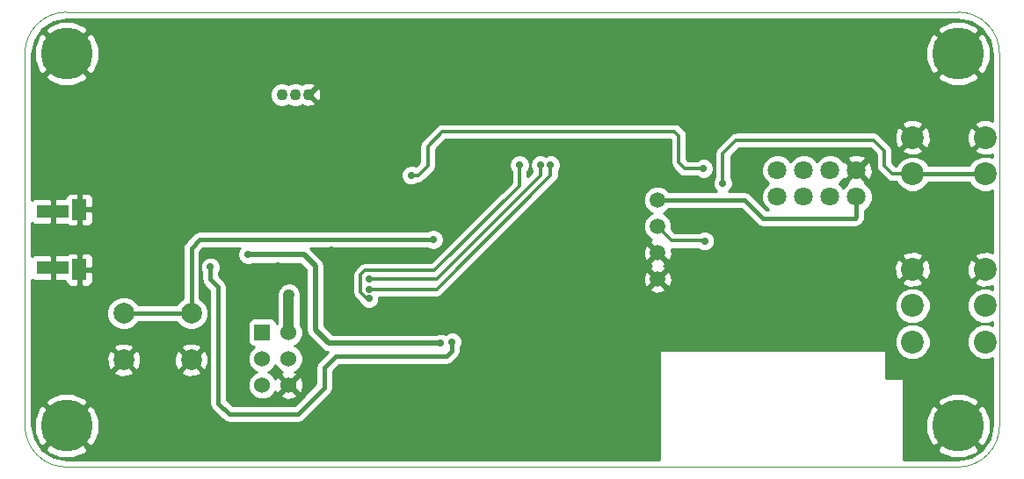
<source format=gbl>
G04 (created by PCBNEW (2013-07-07 BZR 4022)-stable) date 26/08/2014 17:06:35*
%MOIN*%
G04 Gerber Fmt 3.4, Leading zero omitted, Abs format*
%FSLAX34Y34*%
G01*
G70*
G90*
G04 APERTURE LIST*
%ADD10C,0.00590551*%
%ADD11C,0.00393701*%
%ADD12C,0.0708661*%
%ADD13R,0.0574803X0.0787402*%
%ADD14R,0.124016X0.0511811*%
%ADD15R,0.06X0.06*%
%ADD16C,0.06*%
%ADD17C,0.0866142*%
%ADD18C,0.0433071*%
%ADD19C,0.0787402*%
%ADD20C,0.0590551*%
%ADD21C,0.19685*%
%ADD22C,0.0275591*%
%ADD23C,0.011811*%
%ADD24C,0.015748*%
%ADD25C,0.0393701*%
%ADD26C,0.019685*%
%ADD27C,0.01*%
G04 APERTURE END LIST*
G54D10*
G54D11*
X106983Y-58953D02*
X73173Y-58953D01*
X108558Y-60528D02*
G75*
G03X106983Y-58953I-1575J0D01*
G74*
G01*
X108558Y-74668D02*
X108558Y-60528D01*
X106983Y-76243D02*
G75*
G03X108558Y-74668I0J1575D01*
G74*
G01*
X73173Y-76243D02*
X106983Y-76243D01*
X71598Y-74668D02*
G75*
G03X73173Y-76243I1575J0D01*
G74*
G01*
X71598Y-60528D02*
X71598Y-74668D01*
X73173Y-58953D02*
G75*
G03X71598Y-60528I0J-1575D01*
G74*
G01*
G54D12*
X103135Y-64970D03*
X103135Y-65970D03*
X102135Y-64970D03*
X102135Y-65970D03*
X101135Y-64970D03*
X101135Y-65970D03*
X100135Y-64970D03*
X100135Y-65970D03*
G54D13*
X73660Y-66457D03*
X73660Y-68741D03*
G54D14*
X72654Y-66526D03*
X72654Y-68672D03*
G54D15*
X80602Y-71125D03*
G54D16*
X81602Y-71125D03*
X80602Y-72125D03*
X81602Y-72125D03*
X80602Y-73125D03*
X81602Y-73125D03*
G54D17*
X108010Y-71482D03*
X108010Y-70105D03*
X108010Y-68727D03*
X105254Y-71482D03*
X105254Y-70105D03*
X105254Y-68727D03*
X108013Y-65097D03*
X108013Y-63719D03*
X105257Y-65097D03*
X105257Y-63719D03*
G54D18*
X82362Y-62086D03*
X81850Y-62086D03*
X81338Y-62086D03*
G54D19*
X77904Y-70397D03*
X77904Y-72168D03*
X75345Y-72168D03*
X75345Y-70397D03*
G54D20*
X95590Y-66098D03*
X95590Y-67098D03*
X95590Y-68098D03*
X95590Y-69098D03*
G54D21*
X73173Y-60528D03*
X73173Y-74668D03*
X106983Y-74668D03*
X106983Y-60528D03*
G54D22*
X97328Y-64897D03*
X86247Y-65156D03*
X81614Y-69685D03*
X97375Y-67653D03*
X78627Y-68637D03*
X87801Y-71487D03*
X87362Y-71535D03*
X80052Y-68166D03*
X90354Y-64763D03*
X84645Y-69842D03*
X84645Y-69488D03*
X91535Y-64763D03*
X84645Y-69094D03*
X91141Y-64763D03*
X87084Y-67599D03*
X98063Y-65457D03*
X75690Y-67580D03*
X98385Y-63110D03*
X98740Y-66929D03*
X95413Y-64251D03*
X90984Y-67716D03*
X90866Y-66692D03*
X82834Y-62637D03*
X81220Y-65354D03*
X89370Y-70551D03*
X83228Y-67992D03*
X88740Y-69960D03*
X87047Y-73818D03*
X85393Y-70039D03*
X87559Y-64251D03*
X87086Y-66653D03*
X84921Y-64251D03*
X84330Y-64251D03*
X84724Y-66574D03*
X83740Y-64251D03*
X82834Y-64724D03*
X81181Y-68582D03*
G54D23*
X95515Y-63490D02*
X96229Y-63490D01*
X96621Y-64897D02*
X97328Y-64897D01*
X96390Y-64666D02*
X96621Y-64897D01*
X96390Y-63651D02*
X96390Y-64666D01*
X96229Y-63490D02*
X96390Y-63651D01*
X86247Y-65156D02*
X86513Y-65156D01*
X87430Y-63490D02*
X95515Y-63490D01*
X95515Y-63490D02*
X95520Y-63490D01*
X86870Y-64050D02*
X87430Y-63490D01*
X86870Y-64799D02*
X86870Y-64050D01*
X86513Y-65156D02*
X86870Y-64799D01*
X86240Y-65163D02*
X86233Y-65163D01*
X86247Y-65156D02*
X86240Y-65163D01*
G54D24*
X103135Y-65970D02*
X103135Y-66734D01*
X98879Y-66098D02*
X95590Y-66098D01*
X99575Y-66794D02*
X98879Y-66098D01*
X103075Y-66794D02*
X99575Y-66794D01*
X103135Y-66734D02*
X103075Y-66794D01*
G54D25*
X81602Y-71125D02*
X81602Y-69696D01*
X81602Y-69696D02*
X81614Y-69685D01*
G54D23*
X96136Y-67644D02*
X95590Y-67098D01*
X97384Y-67644D02*
X96136Y-67644D01*
X97375Y-67653D02*
X97384Y-67644D01*
G54D24*
X78624Y-69104D02*
X78627Y-68637D01*
X78932Y-69412D02*
X78624Y-69104D01*
X78932Y-73817D02*
X78932Y-69412D01*
X79350Y-74235D02*
X78932Y-73817D01*
X81945Y-74235D02*
X79350Y-74235D01*
X82965Y-73215D02*
X81945Y-74235D01*
X82965Y-72465D02*
X82965Y-73215D01*
X83400Y-72030D02*
X82965Y-72465D01*
X87585Y-72030D02*
X83400Y-72030D01*
X87795Y-71820D02*
X87585Y-72030D01*
X87795Y-71493D02*
X87795Y-71820D01*
X87801Y-71487D02*
X87795Y-71493D01*
G54D26*
X87362Y-71535D02*
X83127Y-71535D01*
X83127Y-71535D02*
X82607Y-71015D01*
X82607Y-71015D02*
X82607Y-68600D01*
X82607Y-68600D02*
X82173Y-68166D01*
X82173Y-68166D02*
X80052Y-68166D01*
G54D23*
X90354Y-65551D02*
X90354Y-64763D01*
X84566Y-69842D02*
X84330Y-69606D01*
X84330Y-69606D02*
X84330Y-68937D01*
X84330Y-68937D02*
X84488Y-68779D01*
X84488Y-68779D02*
X87125Y-68779D01*
X87125Y-68779D02*
X90354Y-65551D01*
X84645Y-69842D02*
X84566Y-69842D01*
X91535Y-64763D02*
X91535Y-65157D01*
X87204Y-69488D02*
X91535Y-65157D01*
X84645Y-69488D02*
X87204Y-69488D01*
X91141Y-64763D02*
X91141Y-65157D01*
X87204Y-69094D02*
X91141Y-65157D01*
X84645Y-69094D02*
X87204Y-69094D01*
G54D24*
X75345Y-70397D02*
X77904Y-70397D01*
X78231Y-67599D02*
X77904Y-67925D01*
X77904Y-67925D02*
X77904Y-70397D01*
X87084Y-67599D02*
X78231Y-67599D01*
G54D23*
X98063Y-65457D02*
X98063Y-64317D01*
X104497Y-65097D02*
X105257Y-65097D01*
X104180Y-64780D02*
X104497Y-65097D01*
X104180Y-64220D02*
X104180Y-64780D01*
X103780Y-63820D02*
X104180Y-64220D01*
X98560Y-63820D02*
X103780Y-63820D01*
X98063Y-64317D02*
X98560Y-63820D01*
X98063Y-65457D02*
X98100Y-65457D01*
G54D24*
X108013Y-65097D02*
X105257Y-65097D01*
G54D26*
X75692Y-67578D02*
X75692Y-67576D01*
X75690Y-67580D02*
X75692Y-67578D01*
G54D10*
G36*
X108289Y-74644D02*
X108218Y-74999D01*
X108218Y-74913D01*
X108217Y-74422D01*
X108030Y-73969D01*
X107864Y-73858D01*
X107793Y-73929D01*
X107793Y-73788D01*
X107682Y-73621D01*
X107228Y-73434D01*
X106737Y-73434D01*
X106285Y-73621D01*
X106174Y-73788D01*
X106983Y-74597D01*
X107793Y-73788D01*
X107793Y-73929D01*
X107054Y-74668D01*
X107864Y-75477D01*
X108030Y-75367D01*
X108218Y-74913D01*
X108218Y-74999D01*
X108185Y-75164D01*
X107902Y-75588D01*
X107793Y-75661D01*
X107793Y-75548D01*
X106983Y-74739D01*
X106913Y-74809D01*
X106913Y-74668D01*
X106103Y-73858D01*
X105941Y-73966D01*
X105941Y-68840D01*
X105932Y-68568D01*
X105845Y-68359D01*
X105736Y-68315D01*
X105665Y-68386D01*
X105665Y-68244D01*
X105621Y-68135D01*
X105367Y-68039D01*
X105096Y-68048D01*
X104886Y-68135D01*
X104842Y-68244D01*
X105254Y-68656D01*
X105665Y-68244D01*
X105665Y-68386D01*
X105324Y-68727D01*
X105736Y-69138D01*
X105845Y-69094D01*
X105941Y-68840D01*
X105941Y-73966D01*
X105937Y-73969D01*
X105937Y-71347D01*
X105937Y-69969D01*
X105833Y-69718D01*
X105665Y-69550D01*
X105665Y-69209D01*
X105254Y-68797D01*
X105183Y-68868D01*
X105183Y-68727D01*
X104771Y-68315D01*
X104662Y-68359D01*
X104566Y-68613D01*
X104575Y-68885D01*
X104662Y-69094D01*
X104771Y-69138D01*
X105183Y-68727D01*
X105183Y-68868D01*
X104842Y-69209D01*
X104886Y-69318D01*
X105140Y-69414D01*
X105412Y-69405D01*
X105621Y-69318D01*
X105665Y-69209D01*
X105665Y-69550D01*
X105641Y-69526D01*
X105390Y-69422D01*
X105118Y-69421D01*
X104867Y-69525D01*
X104675Y-69717D01*
X104571Y-69968D01*
X104570Y-70240D01*
X104674Y-70491D01*
X104866Y-70683D01*
X105117Y-70787D01*
X105389Y-70788D01*
X105640Y-70684D01*
X105832Y-70492D01*
X105937Y-70241D01*
X105937Y-69969D01*
X105937Y-71347D01*
X105833Y-71096D01*
X105641Y-70904D01*
X105390Y-70800D01*
X105118Y-70799D01*
X104867Y-70903D01*
X104675Y-71095D01*
X104571Y-71346D01*
X104570Y-71618D01*
X104674Y-71869D01*
X104866Y-72061D01*
X105117Y-72165D01*
X105389Y-72166D01*
X105640Y-72062D01*
X105832Y-71870D01*
X105937Y-71619D01*
X105937Y-71347D01*
X105937Y-73969D01*
X105937Y-73969D01*
X105749Y-74423D01*
X105749Y-74914D01*
X105937Y-75367D01*
X106103Y-75477D01*
X106913Y-74668D01*
X106913Y-74809D01*
X106174Y-75548D01*
X106285Y-75715D01*
X106738Y-75902D01*
X107229Y-75902D01*
X107682Y-75715D01*
X107793Y-75548D01*
X107793Y-75661D01*
X107482Y-75868D01*
X106957Y-75973D01*
X104930Y-75973D01*
X104930Y-72909D01*
X104924Y-72909D01*
X104924Y-72869D01*
X104238Y-72869D01*
X104240Y-71835D01*
X104240Y-71783D01*
X103743Y-71783D01*
X103743Y-65064D01*
X103733Y-64824D01*
X103661Y-64649D01*
X103560Y-64615D01*
X103489Y-64686D01*
X103489Y-64544D01*
X103455Y-64443D01*
X103229Y-64361D01*
X102989Y-64371D01*
X102814Y-64443D01*
X102780Y-64544D01*
X103135Y-64899D01*
X103489Y-64544D01*
X103489Y-64686D01*
X103205Y-64970D01*
X103560Y-65324D01*
X103661Y-65290D01*
X103743Y-65064D01*
X103743Y-71783D01*
X96140Y-71784D01*
X96140Y-69179D01*
X96129Y-68962D01*
X96067Y-68813D01*
X95973Y-68786D01*
X95902Y-68857D01*
X95902Y-68715D01*
X95875Y-68621D01*
X95816Y-68600D01*
X95875Y-68575D01*
X95902Y-68480D01*
X95590Y-68169D01*
X95519Y-68239D01*
X95519Y-68098D01*
X95208Y-67786D01*
X95113Y-67813D01*
X95040Y-68017D01*
X95051Y-68234D01*
X95113Y-68383D01*
X95208Y-68410D01*
X95519Y-68098D01*
X95519Y-68239D01*
X95278Y-68480D01*
X95305Y-68575D01*
X95364Y-68596D01*
X95305Y-68621D01*
X95278Y-68715D01*
X95590Y-69027D01*
X95902Y-68715D01*
X95902Y-68857D01*
X95661Y-69098D01*
X95973Y-69410D01*
X96067Y-69383D01*
X96140Y-69179D01*
X96140Y-71784D01*
X95902Y-71784D01*
X95902Y-69480D01*
X95590Y-69169D01*
X95519Y-69239D01*
X95519Y-69098D01*
X95208Y-68786D01*
X95113Y-68813D01*
X95040Y-69017D01*
X95051Y-69234D01*
X95113Y-69383D01*
X95208Y-69410D01*
X95519Y-69098D01*
X95519Y-69239D01*
X95278Y-69480D01*
X95305Y-69575D01*
X95509Y-69648D01*
X95726Y-69637D01*
X95875Y-69575D01*
X95902Y-69480D01*
X95902Y-71784D01*
X95650Y-71785D01*
X95647Y-75973D01*
X91923Y-75973D01*
X91923Y-64686D01*
X91864Y-64544D01*
X91755Y-64435D01*
X91612Y-64376D01*
X91458Y-64375D01*
X91338Y-64425D01*
X91219Y-64376D01*
X91064Y-64375D01*
X90922Y-64434D01*
X90813Y-64543D01*
X90754Y-64686D01*
X90753Y-64840D01*
X90812Y-64983D01*
X90832Y-65003D01*
X90832Y-65029D01*
X90663Y-65198D01*
X90663Y-65003D01*
X90682Y-64983D01*
X90742Y-64841D01*
X90742Y-64686D01*
X90683Y-64544D01*
X90574Y-64435D01*
X90431Y-64376D01*
X90277Y-64375D01*
X90134Y-64434D01*
X90025Y-64543D01*
X89966Y-64686D01*
X89966Y-64840D01*
X90025Y-64983D01*
X90045Y-65003D01*
X90045Y-65423D01*
X86997Y-68470D01*
X84488Y-68470D01*
X84369Y-68493D01*
X84269Y-68560D01*
X84112Y-68718D01*
X84045Y-68818D01*
X84021Y-68937D01*
X84021Y-69606D01*
X84045Y-69724D01*
X84112Y-69824D01*
X84293Y-70006D01*
X84316Y-70061D01*
X84425Y-70171D01*
X84568Y-70230D01*
X84722Y-70230D01*
X84865Y-70171D01*
X84974Y-70062D01*
X85033Y-69919D01*
X85033Y-69797D01*
X87204Y-69797D01*
X87322Y-69773D01*
X87322Y-69773D01*
X87423Y-69706D01*
X91753Y-65376D01*
X91820Y-65275D01*
X91820Y-65275D01*
X91844Y-65157D01*
X91844Y-65003D01*
X91863Y-64983D01*
X91923Y-64841D01*
X91923Y-64686D01*
X91923Y-75973D01*
X88188Y-75973D01*
X88188Y-71410D01*
X88129Y-71267D01*
X88020Y-71158D01*
X87878Y-71099D01*
X87724Y-71099D01*
X87581Y-71158D01*
X87547Y-71192D01*
X87439Y-71147D01*
X87285Y-71147D01*
X87189Y-71187D01*
X83271Y-71187D01*
X82955Y-70870D01*
X82955Y-68600D01*
X82928Y-68466D01*
X82853Y-68353D01*
X82853Y-68353D01*
X82427Y-67927D01*
X86864Y-67927D01*
X87006Y-67986D01*
X87160Y-67986D01*
X87303Y-67927D01*
X87412Y-67818D01*
X87471Y-67676D01*
X87471Y-67522D01*
X87412Y-67379D01*
X87303Y-67270D01*
X87161Y-67211D01*
X87007Y-67211D01*
X86864Y-67270D01*
X86864Y-67270D01*
X82833Y-67270D01*
X82833Y-62148D01*
X82821Y-61963D01*
X82774Y-61849D01*
X82687Y-61831D01*
X82432Y-62086D01*
X82687Y-62341D01*
X82774Y-62324D01*
X82833Y-62148D01*
X82833Y-67270D01*
X82616Y-67270D01*
X82616Y-62411D01*
X82362Y-62157D01*
X82356Y-62162D01*
X82316Y-62123D01*
X82316Y-62050D01*
X82356Y-62010D01*
X82362Y-62015D01*
X82616Y-61761D01*
X82599Y-61674D01*
X82424Y-61614D01*
X82238Y-61627D01*
X82124Y-61674D01*
X82120Y-61696D01*
X82115Y-61691D01*
X81943Y-61620D01*
X81758Y-61619D01*
X81594Y-61687D01*
X81431Y-61620D01*
X81246Y-61619D01*
X81074Y-61690D01*
X80943Y-61821D01*
X80872Y-61993D01*
X80871Y-62179D01*
X80942Y-62350D01*
X81073Y-62481D01*
X81245Y-62553D01*
X81430Y-62553D01*
X81594Y-62485D01*
X81757Y-62553D01*
X81942Y-62553D01*
X82114Y-62482D01*
X82120Y-62476D01*
X82124Y-62498D01*
X82300Y-62558D01*
X82485Y-62546D01*
X82599Y-62498D01*
X82616Y-62411D01*
X82616Y-67270D01*
X78231Y-67270D01*
X78105Y-67295D01*
X77998Y-67366D01*
X77672Y-67692D01*
X77601Y-67799D01*
X77575Y-67925D01*
X77575Y-69836D01*
X77540Y-69851D01*
X77359Y-70032D01*
X77344Y-70068D01*
X75906Y-70068D01*
X75891Y-70033D01*
X75710Y-69851D01*
X75474Y-69753D01*
X75218Y-69753D01*
X74981Y-69851D01*
X74800Y-70032D01*
X74702Y-70268D01*
X74701Y-70524D01*
X74799Y-70761D01*
X74980Y-70942D01*
X75217Y-71040D01*
X75473Y-71040D01*
X75709Y-70943D01*
X75891Y-70762D01*
X75906Y-70725D01*
X77344Y-70725D01*
X77358Y-70761D01*
X77539Y-70942D01*
X77776Y-71040D01*
X78032Y-71040D01*
X78268Y-70943D01*
X78450Y-70762D01*
X78548Y-70525D01*
X78548Y-70269D01*
X78450Y-70033D01*
X78269Y-69851D01*
X78233Y-69836D01*
X78233Y-68061D01*
X78367Y-67927D01*
X79741Y-67927D01*
X79723Y-67946D01*
X79664Y-68088D01*
X79664Y-68242D01*
X79723Y-68385D01*
X79832Y-68494D01*
X79974Y-68553D01*
X80128Y-68553D01*
X80224Y-68514D01*
X82028Y-68514D01*
X82258Y-68744D01*
X82258Y-71014D01*
X82258Y-71015D01*
X82280Y-71126D01*
X82285Y-71148D01*
X82360Y-71261D01*
X82881Y-71781D01*
X82881Y-71781D01*
X82994Y-71857D01*
X83088Y-71876D01*
X82732Y-72232D01*
X82661Y-72339D01*
X82636Y-72465D01*
X82636Y-73078D01*
X82157Y-73557D01*
X82157Y-73207D01*
X82152Y-73114D01*
X82152Y-72017D01*
X82068Y-71814D01*
X81914Y-71659D01*
X81832Y-71626D01*
X81913Y-71592D01*
X82068Y-71437D01*
X82152Y-71235D01*
X82152Y-71017D01*
X82068Y-70814D01*
X82049Y-70795D01*
X82049Y-69744D01*
X82061Y-69685D01*
X82027Y-69514D01*
X81930Y-69369D01*
X81785Y-69272D01*
X81614Y-69238D01*
X81443Y-69272D01*
X81298Y-69369D01*
X81286Y-69380D01*
X81189Y-69525D01*
X81155Y-69696D01*
X81155Y-70794D01*
X81152Y-70798D01*
X81152Y-70776D01*
X81114Y-70684D01*
X81044Y-70614D01*
X80952Y-70576D01*
X80852Y-70575D01*
X80252Y-70575D01*
X80160Y-70613D01*
X80090Y-70684D01*
X80052Y-70776D01*
X80052Y-70875D01*
X80052Y-71475D01*
X80090Y-71567D01*
X80160Y-71637D01*
X80252Y-71675D01*
X80274Y-71675D01*
X80136Y-71814D01*
X80052Y-72016D01*
X80052Y-72234D01*
X80135Y-72437D01*
X80290Y-72591D01*
X80372Y-72625D01*
X80291Y-72659D01*
X80136Y-72814D01*
X80052Y-73016D01*
X80052Y-73234D01*
X80135Y-73437D01*
X80290Y-73591D01*
X80492Y-73675D01*
X80711Y-73676D01*
X80913Y-73592D01*
X81068Y-73437D01*
X81099Y-73362D01*
X81121Y-73413D01*
X81216Y-73441D01*
X81531Y-73125D01*
X81216Y-72810D01*
X81121Y-72838D01*
X81101Y-72893D01*
X81068Y-72814D01*
X80914Y-72659D01*
X80832Y-72626D01*
X80913Y-72592D01*
X81068Y-72437D01*
X81102Y-72356D01*
X81135Y-72437D01*
X81290Y-72591D01*
X81366Y-72623D01*
X81314Y-72644D01*
X81287Y-72740D01*
X81602Y-73055D01*
X81917Y-72740D01*
X81890Y-72644D01*
X81834Y-72624D01*
X81913Y-72592D01*
X82068Y-72437D01*
X82152Y-72235D01*
X82152Y-72017D01*
X82152Y-73114D01*
X82146Y-72989D01*
X82083Y-72838D01*
X81988Y-72810D01*
X81673Y-73125D01*
X81988Y-73441D01*
X82083Y-73413D01*
X82157Y-73207D01*
X82157Y-73557D01*
X81917Y-73797D01*
X81917Y-73511D01*
X81602Y-73196D01*
X81287Y-73511D01*
X81314Y-73607D01*
X81520Y-73680D01*
X81739Y-73669D01*
X81890Y-73607D01*
X81917Y-73511D01*
X81917Y-73797D01*
X81808Y-73906D01*
X79486Y-73906D01*
X79260Y-73680D01*
X79260Y-69412D01*
X79235Y-69286D01*
X79164Y-69179D01*
X79164Y-69179D01*
X78953Y-68968D01*
X78954Y-68858D01*
X78955Y-68856D01*
X79014Y-68714D01*
X79014Y-68560D01*
X78955Y-68417D01*
X78846Y-68308D01*
X78704Y-68249D01*
X78550Y-68249D01*
X78407Y-68308D01*
X78298Y-68417D01*
X78239Y-68559D01*
X78239Y-68713D01*
X78296Y-68853D01*
X78295Y-69101D01*
X78295Y-69102D01*
X78295Y-69104D01*
X78307Y-69165D01*
X78319Y-69227D01*
X78320Y-69228D01*
X78320Y-69229D01*
X78355Y-69282D01*
X78389Y-69334D01*
X78390Y-69335D01*
X78391Y-69336D01*
X78603Y-69548D01*
X78603Y-73817D01*
X78628Y-73942D01*
X78699Y-74049D01*
X79117Y-74467D01*
X79117Y-74467D01*
X79224Y-74538D01*
X79349Y-74563D01*
X79350Y-74563D01*
X81945Y-74563D01*
X82070Y-74538D01*
X82070Y-74538D01*
X82177Y-74467D01*
X83197Y-73447D01*
X83197Y-73447D01*
X83233Y-73394D01*
X83268Y-73340D01*
X83268Y-73340D01*
X83293Y-73215D01*
X83293Y-73215D01*
X83293Y-72601D01*
X83536Y-72358D01*
X87585Y-72358D01*
X87710Y-72333D01*
X87710Y-72333D01*
X87817Y-72262D01*
X88027Y-72052D01*
X88027Y-72052D01*
X88098Y-71945D01*
X88123Y-71820D01*
X88123Y-71820D01*
X88123Y-71712D01*
X88129Y-71706D01*
X88188Y-71564D01*
X88188Y-71410D01*
X88188Y-75973D01*
X78552Y-75973D01*
X78552Y-72272D01*
X78543Y-72017D01*
X78463Y-71824D01*
X78358Y-71785D01*
X78287Y-71856D01*
X78287Y-71715D01*
X78248Y-71610D01*
X78008Y-71520D01*
X77752Y-71530D01*
X77560Y-71610D01*
X77521Y-71715D01*
X77904Y-72098D01*
X78287Y-71715D01*
X78287Y-71856D01*
X77975Y-72168D01*
X78358Y-72551D01*
X78463Y-72513D01*
X78552Y-72272D01*
X78552Y-75973D01*
X78287Y-75973D01*
X78287Y-72622D01*
X77904Y-72239D01*
X77834Y-72310D01*
X77834Y-72168D01*
X77450Y-71785D01*
X77345Y-71824D01*
X77256Y-72064D01*
X77266Y-72320D01*
X77345Y-72513D01*
X77450Y-72551D01*
X77834Y-72168D01*
X77834Y-72310D01*
X77521Y-72622D01*
X77560Y-72727D01*
X77800Y-72816D01*
X78056Y-72807D01*
X78248Y-72727D01*
X78287Y-72622D01*
X78287Y-75973D01*
X75993Y-75973D01*
X75993Y-72272D01*
X75984Y-72017D01*
X75904Y-71824D01*
X75799Y-71785D01*
X75728Y-71856D01*
X75728Y-71715D01*
X75689Y-71610D01*
X75449Y-71520D01*
X75193Y-71530D01*
X75001Y-71610D01*
X74962Y-71715D01*
X75345Y-72098D01*
X75728Y-71715D01*
X75728Y-71856D01*
X75416Y-72168D01*
X75799Y-72551D01*
X75904Y-72513D01*
X75993Y-72272D01*
X75993Y-75973D01*
X75728Y-75973D01*
X75728Y-72622D01*
X75345Y-72239D01*
X75274Y-72310D01*
X75274Y-72168D01*
X74891Y-71785D01*
X74786Y-71824D01*
X74697Y-72064D01*
X74707Y-72320D01*
X74786Y-72513D01*
X74891Y-72551D01*
X75274Y-72168D01*
X75274Y-72310D01*
X74962Y-72622D01*
X75001Y-72727D01*
X75241Y-72816D01*
X75497Y-72807D01*
X75689Y-72727D01*
X75728Y-72622D01*
X75728Y-75973D01*
X74408Y-75973D01*
X74408Y-74913D01*
X74408Y-60773D01*
X74407Y-60282D01*
X74220Y-59829D01*
X74054Y-59718D01*
X73983Y-59789D01*
X73983Y-59648D01*
X73872Y-59481D01*
X73418Y-59294D01*
X72927Y-59294D01*
X72475Y-59481D01*
X72364Y-59648D01*
X73173Y-60457D01*
X73983Y-59648D01*
X73983Y-59789D01*
X73244Y-60528D01*
X74054Y-61337D01*
X74220Y-61227D01*
X74408Y-60773D01*
X74408Y-74913D01*
X74407Y-74422D01*
X74220Y-73969D01*
X74197Y-73954D01*
X74197Y-69184D01*
X74197Y-68297D01*
X74197Y-66900D01*
X74197Y-66014D01*
X74159Y-65922D01*
X74089Y-65852D01*
X73997Y-65814D01*
X73983Y-65814D01*
X73983Y-61408D01*
X73173Y-60599D01*
X73103Y-60669D01*
X73103Y-60528D01*
X72293Y-59718D01*
X72127Y-59829D01*
X71939Y-60283D01*
X71939Y-60774D01*
X72127Y-61227D01*
X72293Y-61337D01*
X73103Y-60528D01*
X73103Y-60669D01*
X72364Y-61408D01*
X72475Y-61575D01*
X72928Y-61762D01*
X73419Y-61762D01*
X73872Y-61575D01*
X73983Y-61408D01*
X73983Y-65814D01*
X73898Y-65813D01*
X73772Y-65813D01*
X73710Y-65876D01*
X73710Y-66407D01*
X74135Y-66407D01*
X74197Y-66345D01*
X74197Y-66014D01*
X74197Y-66900D01*
X74197Y-66570D01*
X74135Y-66507D01*
X73710Y-66507D01*
X73710Y-67038D01*
X73772Y-67101D01*
X73898Y-67101D01*
X73997Y-67101D01*
X74089Y-67063D01*
X74159Y-66992D01*
X74197Y-66900D01*
X74197Y-68297D01*
X74159Y-68206D01*
X74089Y-68135D01*
X73997Y-68097D01*
X73898Y-68097D01*
X73772Y-68097D01*
X73710Y-68159D01*
X73710Y-68691D01*
X74135Y-68691D01*
X74197Y-68628D01*
X74197Y-68297D01*
X74197Y-69184D01*
X74197Y-68853D01*
X74135Y-68791D01*
X73710Y-68791D01*
X73710Y-69322D01*
X73772Y-69384D01*
X73898Y-69384D01*
X73997Y-69384D01*
X74089Y-69346D01*
X74159Y-69276D01*
X74197Y-69184D01*
X74197Y-73954D01*
X74054Y-73858D01*
X73983Y-73929D01*
X73983Y-73788D01*
X73872Y-73621D01*
X73610Y-73513D01*
X73610Y-69322D01*
X73610Y-68791D01*
X73602Y-68791D01*
X73602Y-68691D01*
X73610Y-68691D01*
X73610Y-68159D01*
X73610Y-67038D01*
X73610Y-66507D01*
X73602Y-66507D01*
X73602Y-66407D01*
X73610Y-66407D01*
X73610Y-65876D01*
X73547Y-65813D01*
X73422Y-65813D01*
X73323Y-65814D01*
X73231Y-65852D01*
X73160Y-65922D01*
X73122Y-66014D01*
X73122Y-66020D01*
X72766Y-66020D01*
X72704Y-66083D01*
X72704Y-66476D01*
X72712Y-66476D01*
X72712Y-66576D01*
X72704Y-66576D01*
X72704Y-66969D01*
X72766Y-67032D01*
X73200Y-67032D01*
X73231Y-67063D01*
X73323Y-67101D01*
X73422Y-67101D01*
X73547Y-67101D01*
X73610Y-67038D01*
X73610Y-68159D01*
X73547Y-68097D01*
X73422Y-68097D01*
X73323Y-68097D01*
X73231Y-68135D01*
X73200Y-68166D01*
X72766Y-68166D01*
X72704Y-68228D01*
X72704Y-68622D01*
X72712Y-68622D01*
X72712Y-68722D01*
X72704Y-68722D01*
X72704Y-69115D01*
X72766Y-69178D01*
X73122Y-69178D01*
X73122Y-69184D01*
X73160Y-69276D01*
X73231Y-69346D01*
X73323Y-69384D01*
X73422Y-69384D01*
X73547Y-69384D01*
X73610Y-69322D01*
X73610Y-73513D01*
X73418Y-73434D01*
X72927Y-73434D01*
X72475Y-73621D01*
X72364Y-73788D01*
X73173Y-74597D01*
X73983Y-73788D01*
X73983Y-73929D01*
X73244Y-74668D01*
X74054Y-75477D01*
X74220Y-75367D01*
X74408Y-74913D01*
X74408Y-75973D01*
X73983Y-75973D01*
X73983Y-75548D01*
X73173Y-74739D01*
X73103Y-74809D01*
X73103Y-74668D01*
X72293Y-73858D01*
X72127Y-73969D01*
X71939Y-74423D01*
X71939Y-74914D01*
X72127Y-75367D01*
X72293Y-75477D01*
X73103Y-74668D01*
X73103Y-74809D01*
X72364Y-75548D01*
X72475Y-75715D01*
X72928Y-75902D01*
X73419Y-75902D01*
X73872Y-75715D01*
X73983Y-75548D01*
X73983Y-75973D01*
X73197Y-75973D01*
X72677Y-75869D01*
X72253Y-75586D01*
X71973Y-75167D01*
X71868Y-74641D01*
X71868Y-69115D01*
X71892Y-69139D01*
X71984Y-69178D01*
X72083Y-69178D01*
X72541Y-69178D01*
X72604Y-69115D01*
X72604Y-68722D01*
X72596Y-68722D01*
X72596Y-68622D01*
X72604Y-68622D01*
X72604Y-68228D01*
X72541Y-68166D01*
X72083Y-68166D01*
X71984Y-68166D01*
X71892Y-68204D01*
X71868Y-68228D01*
X71868Y-66970D01*
X71892Y-66994D01*
X71984Y-67032D01*
X72083Y-67032D01*
X72541Y-67032D01*
X72604Y-66969D01*
X72604Y-66576D01*
X72596Y-66576D01*
X72596Y-66476D01*
X72604Y-66476D01*
X72604Y-66083D01*
X72541Y-66020D01*
X72083Y-66020D01*
X71984Y-66020D01*
X71892Y-66058D01*
X71868Y-66083D01*
X71868Y-60555D01*
X71973Y-60029D01*
X72253Y-59609D01*
X72677Y-59327D01*
X73197Y-59223D01*
X106957Y-59223D01*
X107482Y-59328D01*
X107902Y-59608D01*
X108185Y-60032D01*
X108289Y-60552D01*
X108289Y-63093D01*
X108218Y-63066D01*
X108218Y-60773D01*
X108217Y-60282D01*
X108030Y-59829D01*
X107864Y-59718D01*
X107793Y-59789D01*
X107793Y-59648D01*
X107682Y-59481D01*
X107228Y-59294D01*
X106737Y-59294D01*
X106285Y-59481D01*
X106174Y-59648D01*
X106983Y-60457D01*
X107793Y-59648D01*
X107793Y-59789D01*
X107054Y-60528D01*
X107864Y-61337D01*
X108030Y-61227D01*
X108218Y-60773D01*
X108218Y-63066D01*
X108127Y-63032D01*
X107855Y-63041D01*
X107793Y-63066D01*
X107793Y-61408D01*
X106983Y-60599D01*
X106913Y-60669D01*
X106913Y-60528D01*
X106103Y-59718D01*
X105937Y-59829D01*
X105749Y-60283D01*
X105749Y-60774D01*
X105937Y-61227D01*
X106103Y-61337D01*
X106913Y-60528D01*
X106913Y-60669D01*
X106174Y-61408D01*
X106285Y-61575D01*
X106738Y-61762D01*
X107229Y-61762D01*
X107682Y-61575D01*
X107793Y-61408D01*
X107793Y-63066D01*
X107645Y-63128D01*
X107601Y-63237D01*
X108013Y-63648D01*
X108019Y-63643D01*
X108089Y-63713D01*
X108084Y-63719D01*
X108089Y-63725D01*
X108019Y-63795D01*
X108013Y-63790D01*
X107942Y-63860D01*
X107942Y-63719D01*
X107531Y-63308D01*
X107422Y-63351D01*
X107326Y-63605D01*
X107335Y-63877D01*
X107422Y-64087D01*
X107531Y-64131D01*
X107942Y-63719D01*
X107942Y-63860D01*
X107601Y-64201D01*
X107645Y-64310D01*
X107899Y-64406D01*
X108171Y-64397D01*
X108289Y-64349D01*
X108289Y-64472D01*
X108149Y-64414D01*
X107878Y-64414D01*
X107627Y-64518D01*
X107434Y-64710D01*
X107410Y-64768D01*
X105944Y-64768D01*
X105944Y-63833D01*
X105935Y-63561D01*
X105848Y-63351D01*
X105739Y-63308D01*
X105669Y-63378D01*
X105669Y-63237D01*
X105625Y-63128D01*
X105371Y-63032D01*
X105099Y-63041D01*
X104889Y-63128D01*
X104846Y-63237D01*
X105257Y-63648D01*
X105669Y-63237D01*
X105669Y-63378D01*
X105328Y-63719D01*
X105739Y-64131D01*
X105848Y-64087D01*
X105944Y-63833D01*
X105944Y-64768D01*
X105860Y-64768D01*
X105837Y-64711D01*
X105669Y-64542D01*
X105669Y-64201D01*
X105257Y-63790D01*
X105186Y-63860D01*
X105186Y-63719D01*
X104775Y-63308D01*
X104666Y-63351D01*
X104570Y-63605D01*
X104579Y-63877D01*
X104666Y-64087D01*
X104775Y-64131D01*
X105186Y-63719D01*
X105186Y-63860D01*
X104846Y-64201D01*
X104889Y-64310D01*
X105144Y-64406D01*
X105415Y-64397D01*
X105625Y-64310D01*
X105669Y-64201D01*
X105669Y-64542D01*
X105645Y-64518D01*
X105394Y-64414D01*
X105122Y-64414D01*
X104871Y-64518D01*
X104678Y-64710D01*
X104646Y-64788D01*
X104625Y-64788D01*
X104489Y-64651D01*
X104489Y-64220D01*
X104489Y-64219D01*
X104489Y-64219D01*
X104484Y-64196D01*
X104465Y-64101D01*
X104465Y-64101D01*
X104398Y-64001D01*
X104398Y-64001D01*
X103998Y-63601D01*
X103898Y-63534D01*
X103780Y-63510D01*
X98560Y-63510D01*
X98559Y-63510D01*
X98536Y-63515D01*
X98441Y-63534D01*
X98341Y-63601D01*
X98341Y-63601D01*
X97844Y-64098D01*
X97777Y-64198D01*
X97753Y-64317D01*
X97753Y-65217D01*
X97734Y-65237D01*
X97715Y-65281D01*
X97715Y-64820D01*
X97656Y-64677D01*
X97547Y-64568D01*
X97405Y-64509D01*
X97251Y-64509D01*
X97108Y-64568D01*
X97088Y-64587D01*
X96749Y-64587D01*
X96699Y-64537D01*
X96699Y-63651D01*
X96675Y-63532D01*
X96675Y-63532D01*
X96608Y-63432D01*
X96608Y-63432D01*
X96447Y-63271D01*
X96347Y-63204D01*
X96229Y-63180D01*
X95520Y-63180D01*
X95515Y-63180D01*
X87430Y-63180D01*
X87311Y-63204D01*
X87211Y-63271D01*
X86651Y-63831D01*
X86584Y-63931D01*
X86560Y-64050D01*
X86560Y-64670D01*
X86422Y-64809D01*
X86324Y-64768D01*
X86170Y-64768D01*
X86027Y-64827D01*
X85918Y-64936D01*
X85859Y-65078D01*
X85859Y-65232D01*
X85918Y-65375D01*
X86027Y-65484D01*
X86169Y-65543D01*
X86323Y-65543D01*
X86466Y-65484D01*
X86486Y-65465D01*
X86513Y-65465D01*
X86631Y-65441D01*
X86631Y-65441D01*
X86731Y-65374D01*
X87088Y-65017D01*
X87088Y-65017D01*
X87088Y-65017D01*
X87155Y-64917D01*
X87155Y-64917D01*
X87179Y-64799D01*
X87179Y-64178D01*
X87558Y-63799D01*
X95515Y-63799D01*
X95520Y-63799D01*
X96080Y-63799D01*
X96080Y-64666D01*
X96104Y-64784D01*
X96171Y-64884D01*
X96402Y-65115D01*
X96402Y-65115D01*
X96502Y-65182D01*
X96502Y-65182D01*
X96621Y-65206D01*
X97088Y-65206D01*
X97108Y-65225D01*
X97250Y-65284D01*
X97404Y-65284D01*
X97547Y-65225D01*
X97656Y-65116D01*
X97715Y-64974D01*
X97715Y-64820D01*
X97715Y-65281D01*
X97675Y-65379D01*
X97675Y-65533D01*
X97734Y-65676D01*
X97827Y-65769D01*
X96032Y-65769D01*
X95899Y-65636D01*
X95699Y-65553D01*
X95482Y-65553D01*
X95282Y-65635D01*
X95128Y-65789D01*
X95045Y-65989D01*
X95045Y-66206D01*
X95128Y-66406D01*
X95281Y-66560D01*
X95372Y-66598D01*
X95282Y-66635D01*
X95128Y-66789D01*
X95045Y-66989D01*
X95045Y-67206D01*
X95128Y-67406D01*
X95281Y-67560D01*
X95366Y-67595D01*
X95305Y-67621D01*
X95278Y-67715D01*
X95590Y-68027D01*
X95596Y-68022D01*
X95666Y-68092D01*
X95661Y-68098D01*
X95973Y-68410D01*
X96067Y-68383D01*
X96140Y-68179D01*
X96129Y-67962D01*
X96124Y-67950D01*
X96136Y-67953D01*
X97127Y-67953D01*
X97155Y-67981D01*
X97298Y-68040D01*
X97452Y-68040D01*
X97594Y-67981D01*
X97704Y-67872D01*
X97763Y-67730D01*
X97763Y-67576D01*
X97704Y-67433D01*
X97595Y-67324D01*
X97452Y-67265D01*
X97298Y-67265D01*
X97156Y-67324D01*
X97145Y-67334D01*
X96264Y-67334D01*
X96135Y-67206D01*
X96135Y-66990D01*
X96053Y-66789D01*
X95899Y-66636D01*
X95808Y-66598D01*
X95899Y-66560D01*
X96033Y-66427D01*
X98743Y-66427D01*
X99342Y-67026D01*
X99342Y-67026D01*
X99449Y-67097D01*
X99574Y-67122D01*
X99575Y-67122D01*
X103075Y-67122D01*
X103200Y-67097D01*
X103200Y-67097D01*
X103307Y-67026D01*
X103367Y-66966D01*
X103438Y-66859D01*
X103438Y-66859D01*
X103463Y-66734D01*
X103463Y-66488D01*
X103476Y-66482D01*
X103647Y-66312D01*
X103739Y-66090D01*
X103739Y-65850D01*
X103647Y-65628D01*
X103477Y-65457D01*
X103469Y-65454D01*
X103489Y-65395D01*
X103135Y-65040D01*
X102780Y-65395D01*
X102800Y-65454D01*
X102793Y-65457D01*
X102634Y-65615D01*
X102489Y-65469D01*
X102647Y-65312D01*
X102650Y-65304D01*
X102709Y-65324D01*
X103064Y-64970D01*
X102709Y-64615D01*
X102650Y-64635D01*
X102647Y-64628D01*
X102477Y-64457D01*
X102255Y-64365D01*
X102015Y-64365D01*
X101793Y-64457D01*
X101634Y-64615D01*
X101477Y-64457D01*
X101255Y-64365D01*
X101015Y-64365D01*
X100793Y-64457D01*
X100634Y-64615D01*
X100477Y-64457D01*
X100255Y-64365D01*
X100015Y-64365D01*
X99793Y-64457D01*
X99622Y-64627D01*
X99530Y-64849D01*
X99530Y-65089D01*
X99622Y-65311D01*
X99780Y-65470D01*
X99622Y-65627D01*
X99530Y-65849D01*
X99530Y-66089D01*
X99622Y-66311D01*
X99775Y-66465D01*
X99711Y-66465D01*
X99111Y-65865D01*
X99005Y-65794D01*
X98879Y-65769D01*
X98298Y-65769D01*
X98391Y-65676D01*
X98450Y-65534D01*
X98450Y-65380D01*
X98391Y-65237D01*
X98372Y-65217D01*
X98372Y-64445D01*
X98688Y-64129D01*
X103651Y-64129D01*
X103870Y-64348D01*
X103870Y-64780D01*
X103894Y-64898D01*
X103961Y-64998D01*
X104278Y-65316D01*
X104278Y-65316D01*
X104379Y-65383D01*
X104379Y-65383D01*
X104497Y-65406D01*
X104646Y-65406D01*
X104678Y-65483D01*
X104870Y-65676D01*
X105121Y-65780D01*
X105392Y-65780D01*
X105644Y-65676D01*
X105836Y-65484D01*
X105860Y-65426D01*
X107410Y-65426D01*
X107434Y-65483D01*
X107626Y-65676D01*
X107877Y-65780D01*
X108148Y-65780D01*
X108289Y-65722D01*
X108289Y-68102D01*
X108123Y-68039D01*
X107851Y-68048D01*
X107642Y-68135D01*
X107598Y-68244D01*
X108010Y-68656D01*
X108015Y-68650D01*
X108086Y-68721D01*
X108080Y-68727D01*
X108086Y-68732D01*
X108015Y-68803D01*
X108010Y-68797D01*
X107939Y-68868D01*
X107939Y-68727D01*
X107527Y-68315D01*
X107418Y-68359D01*
X107322Y-68613D01*
X107331Y-68885D01*
X107418Y-69094D01*
X107527Y-69138D01*
X107939Y-68727D01*
X107939Y-68868D01*
X107598Y-69209D01*
X107642Y-69318D01*
X107896Y-69414D01*
X108168Y-69405D01*
X108289Y-69355D01*
X108289Y-69481D01*
X108146Y-69422D01*
X107874Y-69421D01*
X107623Y-69525D01*
X107431Y-69717D01*
X107327Y-69968D01*
X107326Y-70240D01*
X107430Y-70491D01*
X107622Y-70683D01*
X107873Y-70787D01*
X108145Y-70788D01*
X108289Y-70728D01*
X108289Y-70859D01*
X108146Y-70800D01*
X107874Y-70799D01*
X107623Y-70903D01*
X107431Y-71095D01*
X107327Y-71346D01*
X107326Y-71618D01*
X107430Y-71869D01*
X107622Y-72061D01*
X107873Y-72165D01*
X108145Y-72166D01*
X108289Y-72106D01*
X108289Y-74644D01*
X108289Y-74644D01*
G37*
G54D27*
X108289Y-74644D02*
X108218Y-74999D01*
X108218Y-74913D01*
X108217Y-74422D01*
X108030Y-73969D01*
X107864Y-73858D01*
X107793Y-73929D01*
X107793Y-73788D01*
X107682Y-73621D01*
X107228Y-73434D01*
X106737Y-73434D01*
X106285Y-73621D01*
X106174Y-73788D01*
X106983Y-74597D01*
X107793Y-73788D01*
X107793Y-73929D01*
X107054Y-74668D01*
X107864Y-75477D01*
X108030Y-75367D01*
X108218Y-74913D01*
X108218Y-74999D01*
X108185Y-75164D01*
X107902Y-75588D01*
X107793Y-75661D01*
X107793Y-75548D01*
X106983Y-74739D01*
X106913Y-74809D01*
X106913Y-74668D01*
X106103Y-73858D01*
X105941Y-73966D01*
X105941Y-68840D01*
X105932Y-68568D01*
X105845Y-68359D01*
X105736Y-68315D01*
X105665Y-68386D01*
X105665Y-68244D01*
X105621Y-68135D01*
X105367Y-68039D01*
X105096Y-68048D01*
X104886Y-68135D01*
X104842Y-68244D01*
X105254Y-68656D01*
X105665Y-68244D01*
X105665Y-68386D01*
X105324Y-68727D01*
X105736Y-69138D01*
X105845Y-69094D01*
X105941Y-68840D01*
X105941Y-73966D01*
X105937Y-73969D01*
X105937Y-71347D01*
X105937Y-69969D01*
X105833Y-69718D01*
X105665Y-69550D01*
X105665Y-69209D01*
X105254Y-68797D01*
X105183Y-68868D01*
X105183Y-68727D01*
X104771Y-68315D01*
X104662Y-68359D01*
X104566Y-68613D01*
X104575Y-68885D01*
X104662Y-69094D01*
X104771Y-69138D01*
X105183Y-68727D01*
X105183Y-68868D01*
X104842Y-69209D01*
X104886Y-69318D01*
X105140Y-69414D01*
X105412Y-69405D01*
X105621Y-69318D01*
X105665Y-69209D01*
X105665Y-69550D01*
X105641Y-69526D01*
X105390Y-69422D01*
X105118Y-69421D01*
X104867Y-69525D01*
X104675Y-69717D01*
X104571Y-69968D01*
X104570Y-70240D01*
X104674Y-70491D01*
X104866Y-70683D01*
X105117Y-70787D01*
X105389Y-70788D01*
X105640Y-70684D01*
X105832Y-70492D01*
X105937Y-70241D01*
X105937Y-69969D01*
X105937Y-71347D01*
X105833Y-71096D01*
X105641Y-70904D01*
X105390Y-70800D01*
X105118Y-70799D01*
X104867Y-70903D01*
X104675Y-71095D01*
X104571Y-71346D01*
X104570Y-71618D01*
X104674Y-71869D01*
X104866Y-72061D01*
X105117Y-72165D01*
X105389Y-72166D01*
X105640Y-72062D01*
X105832Y-71870D01*
X105937Y-71619D01*
X105937Y-71347D01*
X105937Y-73969D01*
X105937Y-73969D01*
X105749Y-74423D01*
X105749Y-74914D01*
X105937Y-75367D01*
X106103Y-75477D01*
X106913Y-74668D01*
X106913Y-74809D01*
X106174Y-75548D01*
X106285Y-75715D01*
X106738Y-75902D01*
X107229Y-75902D01*
X107682Y-75715D01*
X107793Y-75548D01*
X107793Y-75661D01*
X107482Y-75868D01*
X106957Y-75973D01*
X104930Y-75973D01*
X104930Y-72909D01*
X104924Y-72909D01*
X104924Y-72869D01*
X104238Y-72869D01*
X104240Y-71835D01*
X104240Y-71783D01*
X103743Y-71783D01*
X103743Y-65064D01*
X103733Y-64824D01*
X103661Y-64649D01*
X103560Y-64615D01*
X103489Y-64686D01*
X103489Y-64544D01*
X103455Y-64443D01*
X103229Y-64361D01*
X102989Y-64371D01*
X102814Y-64443D01*
X102780Y-64544D01*
X103135Y-64899D01*
X103489Y-64544D01*
X103489Y-64686D01*
X103205Y-64970D01*
X103560Y-65324D01*
X103661Y-65290D01*
X103743Y-65064D01*
X103743Y-71783D01*
X96140Y-71784D01*
X96140Y-69179D01*
X96129Y-68962D01*
X96067Y-68813D01*
X95973Y-68786D01*
X95902Y-68857D01*
X95902Y-68715D01*
X95875Y-68621D01*
X95816Y-68600D01*
X95875Y-68575D01*
X95902Y-68480D01*
X95590Y-68169D01*
X95519Y-68239D01*
X95519Y-68098D01*
X95208Y-67786D01*
X95113Y-67813D01*
X95040Y-68017D01*
X95051Y-68234D01*
X95113Y-68383D01*
X95208Y-68410D01*
X95519Y-68098D01*
X95519Y-68239D01*
X95278Y-68480D01*
X95305Y-68575D01*
X95364Y-68596D01*
X95305Y-68621D01*
X95278Y-68715D01*
X95590Y-69027D01*
X95902Y-68715D01*
X95902Y-68857D01*
X95661Y-69098D01*
X95973Y-69410D01*
X96067Y-69383D01*
X96140Y-69179D01*
X96140Y-71784D01*
X95902Y-71784D01*
X95902Y-69480D01*
X95590Y-69169D01*
X95519Y-69239D01*
X95519Y-69098D01*
X95208Y-68786D01*
X95113Y-68813D01*
X95040Y-69017D01*
X95051Y-69234D01*
X95113Y-69383D01*
X95208Y-69410D01*
X95519Y-69098D01*
X95519Y-69239D01*
X95278Y-69480D01*
X95305Y-69575D01*
X95509Y-69648D01*
X95726Y-69637D01*
X95875Y-69575D01*
X95902Y-69480D01*
X95902Y-71784D01*
X95650Y-71785D01*
X95647Y-75973D01*
X91923Y-75973D01*
X91923Y-64686D01*
X91864Y-64544D01*
X91755Y-64435D01*
X91612Y-64376D01*
X91458Y-64375D01*
X91338Y-64425D01*
X91219Y-64376D01*
X91064Y-64375D01*
X90922Y-64434D01*
X90813Y-64543D01*
X90754Y-64686D01*
X90753Y-64840D01*
X90812Y-64983D01*
X90832Y-65003D01*
X90832Y-65029D01*
X90663Y-65198D01*
X90663Y-65003D01*
X90682Y-64983D01*
X90742Y-64841D01*
X90742Y-64686D01*
X90683Y-64544D01*
X90574Y-64435D01*
X90431Y-64376D01*
X90277Y-64375D01*
X90134Y-64434D01*
X90025Y-64543D01*
X89966Y-64686D01*
X89966Y-64840D01*
X90025Y-64983D01*
X90045Y-65003D01*
X90045Y-65423D01*
X86997Y-68470D01*
X84488Y-68470D01*
X84369Y-68493D01*
X84269Y-68560D01*
X84112Y-68718D01*
X84045Y-68818D01*
X84021Y-68937D01*
X84021Y-69606D01*
X84045Y-69724D01*
X84112Y-69824D01*
X84293Y-70006D01*
X84316Y-70061D01*
X84425Y-70171D01*
X84568Y-70230D01*
X84722Y-70230D01*
X84865Y-70171D01*
X84974Y-70062D01*
X85033Y-69919D01*
X85033Y-69797D01*
X87204Y-69797D01*
X87322Y-69773D01*
X87322Y-69773D01*
X87423Y-69706D01*
X91753Y-65376D01*
X91820Y-65275D01*
X91820Y-65275D01*
X91844Y-65157D01*
X91844Y-65003D01*
X91863Y-64983D01*
X91923Y-64841D01*
X91923Y-64686D01*
X91923Y-75973D01*
X88188Y-75973D01*
X88188Y-71410D01*
X88129Y-71267D01*
X88020Y-71158D01*
X87878Y-71099D01*
X87724Y-71099D01*
X87581Y-71158D01*
X87547Y-71192D01*
X87439Y-71147D01*
X87285Y-71147D01*
X87189Y-71187D01*
X83271Y-71187D01*
X82955Y-70870D01*
X82955Y-68600D01*
X82928Y-68466D01*
X82853Y-68353D01*
X82853Y-68353D01*
X82427Y-67927D01*
X86864Y-67927D01*
X87006Y-67986D01*
X87160Y-67986D01*
X87303Y-67927D01*
X87412Y-67818D01*
X87471Y-67676D01*
X87471Y-67522D01*
X87412Y-67379D01*
X87303Y-67270D01*
X87161Y-67211D01*
X87007Y-67211D01*
X86864Y-67270D01*
X86864Y-67270D01*
X82833Y-67270D01*
X82833Y-62148D01*
X82821Y-61963D01*
X82774Y-61849D01*
X82687Y-61831D01*
X82432Y-62086D01*
X82687Y-62341D01*
X82774Y-62324D01*
X82833Y-62148D01*
X82833Y-67270D01*
X82616Y-67270D01*
X82616Y-62411D01*
X82362Y-62157D01*
X82356Y-62162D01*
X82316Y-62123D01*
X82316Y-62050D01*
X82356Y-62010D01*
X82362Y-62015D01*
X82616Y-61761D01*
X82599Y-61674D01*
X82424Y-61614D01*
X82238Y-61627D01*
X82124Y-61674D01*
X82120Y-61696D01*
X82115Y-61691D01*
X81943Y-61620D01*
X81758Y-61619D01*
X81594Y-61687D01*
X81431Y-61620D01*
X81246Y-61619D01*
X81074Y-61690D01*
X80943Y-61821D01*
X80872Y-61993D01*
X80871Y-62179D01*
X80942Y-62350D01*
X81073Y-62481D01*
X81245Y-62553D01*
X81430Y-62553D01*
X81594Y-62485D01*
X81757Y-62553D01*
X81942Y-62553D01*
X82114Y-62482D01*
X82120Y-62476D01*
X82124Y-62498D01*
X82300Y-62558D01*
X82485Y-62546D01*
X82599Y-62498D01*
X82616Y-62411D01*
X82616Y-67270D01*
X78231Y-67270D01*
X78105Y-67295D01*
X77998Y-67366D01*
X77672Y-67692D01*
X77601Y-67799D01*
X77575Y-67925D01*
X77575Y-69836D01*
X77540Y-69851D01*
X77359Y-70032D01*
X77344Y-70068D01*
X75906Y-70068D01*
X75891Y-70033D01*
X75710Y-69851D01*
X75474Y-69753D01*
X75218Y-69753D01*
X74981Y-69851D01*
X74800Y-70032D01*
X74702Y-70268D01*
X74701Y-70524D01*
X74799Y-70761D01*
X74980Y-70942D01*
X75217Y-71040D01*
X75473Y-71040D01*
X75709Y-70943D01*
X75891Y-70762D01*
X75906Y-70725D01*
X77344Y-70725D01*
X77358Y-70761D01*
X77539Y-70942D01*
X77776Y-71040D01*
X78032Y-71040D01*
X78268Y-70943D01*
X78450Y-70762D01*
X78548Y-70525D01*
X78548Y-70269D01*
X78450Y-70033D01*
X78269Y-69851D01*
X78233Y-69836D01*
X78233Y-68061D01*
X78367Y-67927D01*
X79741Y-67927D01*
X79723Y-67946D01*
X79664Y-68088D01*
X79664Y-68242D01*
X79723Y-68385D01*
X79832Y-68494D01*
X79974Y-68553D01*
X80128Y-68553D01*
X80224Y-68514D01*
X82028Y-68514D01*
X82258Y-68744D01*
X82258Y-71014D01*
X82258Y-71015D01*
X82280Y-71126D01*
X82285Y-71148D01*
X82360Y-71261D01*
X82881Y-71781D01*
X82881Y-71781D01*
X82994Y-71857D01*
X83088Y-71876D01*
X82732Y-72232D01*
X82661Y-72339D01*
X82636Y-72465D01*
X82636Y-73078D01*
X82157Y-73557D01*
X82157Y-73207D01*
X82152Y-73114D01*
X82152Y-72017D01*
X82068Y-71814D01*
X81914Y-71659D01*
X81832Y-71626D01*
X81913Y-71592D01*
X82068Y-71437D01*
X82152Y-71235D01*
X82152Y-71017D01*
X82068Y-70814D01*
X82049Y-70795D01*
X82049Y-69744D01*
X82061Y-69685D01*
X82027Y-69514D01*
X81930Y-69369D01*
X81785Y-69272D01*
X81614Y-69238D01*
X81443Y-69272D01*
X81298Y-69369D01*
X81286Y-69380D01*
X81189Y-69525D01*
X81155Y-69696D01*
X81155Y-70794D01*
X81152Y-70798D01*
X81152Y-70776D01*
X81114Y-70684D01*
X81044Y-70614D01*
X80952Y-70576D01*
X80852Y-70575D01*
X80252Y-70575D01*
X80160Y-70613D01*
X80090Y-70684D01*
X80052Y-70776D01*
X80052Y-70875D01*
X80052Y-71475D01*
X80090Y-71567D01*
X80160Y-71637D01*
X80252Y-71675D01*
X80274Y-71675D01*
X80136Y-71814D01*
X80052Y-72016D01*
X80052Y-72234D01*
X80135Y-72437D01*
X80290Y-72591D01*
X80372Y-72625D01*
X80291Y-72659D01*
X80136Y-72814D01*
X80052Y-73016D01*
X80052Y-73234D01*
X80135Y-73437D01*
X80290Y-73591D01*
X80492Y-73675D01*
X80711Y-73676D01*
X80913Y-73592D01*
X81068Y-73437D01*
X81099Y-73362D01*
X81121Y-73413D01*
X81216Y-73441D01*
X81531Y-73125D01*
X81216Y-72810D01*
X81121Y-72838D01*
X81101Y-72893D01*
X81068Y-72814D01*
X80914Y-72659D01*
X80832Y-72626D01*
X80913Y-72592D01*
X81068Y-72437D01*
X81102Y-72356D01*
X81135Y-72437D01*
X81290Y-72591D01*
X81366Y-72623D01*
X81314Y-72644D01*
X81287Y-72740D01*
X81602Y-73055D01*
X81917Y-72740D01*
X81890Y-72644D01*
X81834Y-72624D01*
X81913Y-72592D01*
X82068Y-72437D01*
X82152Y-72235D01*
X82152Y-72017D01*
X82152Y-73114D01*
X82146Y-72989D01*
X82083Y-72838D01*
X81988Y-72810D01*
X81673Y-73125D01*
X81988Y-73441D01*
X82083Y-73413D01*
X82157Y-73207D01*
X82157Y-73557D01*
X81917Y-73797D01*
X81917Y-73511D01*
X81602Y-73196D01*
X81287Y-73511D01*
X81314Y-73607D01*
X81520Y-73680D01*
X81739Y-73669D01*
X81890Y-73607D01*
X81917Y-73511D01*
X81917Y-73797D01*
X81808Y-73906D01*
X79486Y-73906D01*
X79260Y-73680D01*
X79260Y-69412D01*
X79235Y-69286D01*
X79164Y-69179D01*
X79164Y-69179D01*
X78953Y-68968D01*
X78954Y-68858D01*
X78955Y-68856D01*
X79014Y-68714D01*
X79014Y-68560D01*
X78955Y-68417D01*
X78846Y-68308D01*
X78704Y-68249D01*
X78550Y-68249D01*
X78407Y-68308D01*
X78298Y-68417D01*
X78239Y-68559D01*
X78239Y-68713D01*
X78296Y-68853D01*
X78295Y-69101D01*
X78295Y-69102D01*
X78295Y-69104D01*
X78307Y-69165D01*
X78319Y-69227D01*
X78320Y-69228D01*
X78320Y-69229D01*
X78355Y-69282D01*
X78389Y-69334D01*
X78390Y-69335D01*
X78391Y-69336D01*
X78603Y-69548D01*
X78603Y-73817D01*
X78628Y-73942D01*
X78699Y-74049D01*
X79117Y-74467D01*
X79117Y-74467D01*
X79224Y-74538D01*
X79349Y-74563D01*
X79350Y-74563D01*
X81945Y-74563D01*
X82070Y-74538D01*
X82070Y-74538D01*
X82177Y-74467D01*
X83197Y-73447D01*
X83197Y-73447D01*
X83233Y-73394D01*
X83268Y-73340D01*
X83268Y-73340D01*
X83293Y-73215D01*
X83293Y-73215D01*
X83293Y-72601D01*
X83536Y-72358D01*
X87585Y-72358D01*
X87710Y-72333D01*
X87710Y-72333D01*
X87817Y-72262D01*
X88027Y-72052D01*
X88027Y-72052D01*
X88098Y-71945D01*
X88123Y-71820D01*
X88123Y-71820D01*
X88123Y-71712D01*
X88129Y-71706D01*
X88188Y-71564D01*
X88188Y-71410D01*
X88188Y-75973D01*
X78552Y-75973D01*
X78552Y-72272D01*
X78543Y-72017D01*
X78463Y-71824D01*
X78358Y-71785D01*
X78287Y-71856D01*
X78287Y-71715D01*
X78248Y-71610D01*
X78008Y-71520D01*
X77752Y-71530D01*
X77560Y-71610D01*
X77521Y-71715D01*
X77904Y-72098D01*
X78287Y-71715D01*
X78287Y-71856D01*
X77975Y-72168D01*
X78358Y-72551D01*
X78463Y-72513D01*
X78552Y-72272D01*
X78552Y-75973D01*
X78287Y-75973D01*
X78287Y-72622D01*
X77904Y-72239D01*
X77834Y-72310D01*
X77834Y-72168D01*
X77450Y-71785D01*
X77345Y-71824D01*
X77256Y-72064D01*
X77266Y-72320D01*
X77345Y-72513D01*
X77450Y-72551D01*
X77834Y-72168D01*
X77834Y-72310D01*
X77521Y-72622D01*
X77560Y-72727D01*
X77800Y-72816D01*
X78056Y-72807D01*
X78248Y-72727D01*
X78287Y-72622D01*
X78287Y-75973D01*
X75993Y-75973D01*
X75993Y-72272D01*
X75984Y-72017D01*
X75904Y-71824D01*
X75799Y-71785D01*
X75728Y-71856D01*
X75728Y-71715D01*
X75689Y-71610D01*
X75449Y-71520D01*
X75193Y-71530D01*
X75001Y-71610D01*
X74962Y-71715D01*
X75345Y-72098D01*
X75728Y-71715D01*
X75728Y-71856D01*
X75416Y-72168D01*
X75799Y-72551D01*
X75904Y-72513D01*
X75993Y-72272D01*
X75993Y-75973D01*
X75728Y-75973D01*
X75728Y-72622D01*
X75345Y-72239D01*
X75274Y-72310D01*
X75274Y-72168D01*
X74891Y-71785D01*
X74786Y-71824D01*
X74697Y-72064D01*
X74707Y-72320D01*
X74786Y-72513D01*
X74891Y-72551D01*
X75274Y-72168D01*
X75274Y-72310D01*
X74962Y-72622D01*
X75001Y-72727D01*
X75241Y-72816D01*
X75497Y-72807D01*
X75689Y-72727D01*
X75728Y-72622D01*
X75728Y-75973D01*
X74408Y-75973D01*
X74408Y-74913D01*
X74408Y-60773D01*
X74407Y-60282D01*
X74220Y-59829D01*
X74054Y-59718D01*
X73983Y-59789D01*
X73983Y-59648D01*
X73872Y-59481D01*
X73418Y-59294D01*
X72927Y-59294D01*
X72475Y-59481D01*
X72364Y-59648D01*
X73173Y-60457D01*
X73983Y-59648D01*
X73983Y-59789D01*
X73244Y-60528D01*
X74054Y-61337D01*
X74220Y-61227D01*
X74408Y-60773D01*
X74408Y-74913D01*
X74407Y-74422D01*
X74220Y-73969D01*
X74197Y-73954D01*
X74197Y-69184D01*
X74197Y-68297D01*
X74197Y-66900D01*
X74197Y-66014D01*
X74159Y-65922D01*
X74089Y-65852D01*
X73997Y-65814D01*
X73983Y-65814D01*
X73983Y-61408D01*
X73173Y-60599D01*
X73103Y-60669D01*
X73103Y-60528D01*
X72293Y-59718D01*
X72127Y-59829D01*
X71939Y-60283D01*
X71939Y-60774D01*
X72127Y-61227D01*
X72293Y-61337D01*
X73103Y-60528D01*
X73103Y-60669D01*
X72364Y-61408D01*
X72475Y-61575D01*
X72928Y-61762D01*
X73419Y-61762D01*
X73872Y-61575D01*
X73983Y-61408D01*
X73983Y-65814D01*
X73898Y-65813D01*
X73772Y-65813D01*
X73710Y-65876D01*
X73710Y-66407D01*
X74135Y-66407D01*
X74197Y-66345D01*
X74197Y-66014D01*
X74197Y-66900D01*
X74197Y-66570D01*
X74135Y-66507D01*
X73710Y-66507D01*
X73710Y-67038D01*
X73772Y-67101D01*
X73898Y-67101D01*
X73997Y-67101D01*
X74089Y-67063D01*
X74159Y-66992D01*
X74197Y-66900D01*
X74197Y-68297D01*
X74159Y-68206D01*
X74089Y-68135D01*
X73997Y-68097D01*
X73898Y-68097D01*
X73772Y-68097D01*
X73710Y-68159D01*
X73710Y-68691D01*
X74135Y-68691D01*
X74197Y-68628D01*
X74197Y-68297D01*
X74197Y-69184D01*
X74197Y-68853D01*
X74135Y-68791D01*
X73710Y-68791D01*
X73710Y-69322D01*
X73772Y-69384D01*
X73898Y-69384D01*
X73997Y-69384D01*
X74089Y-69346D01*
X74159Y-69276D01*
X74197Y-69184D01*
X74197Y-73954D01*
X74054Y-73858D01*
X73983Y-73929D01*
X73983Y-73788D01*
X73872Y-73621D01*
X73610Y-73513D01*
X73610Y-69322D01*
X73610Y-68791D01*
X73602Y-68791D01*
X73602Y-68691D01*
X73610Y-68691D01*
X73610Y-68159D01*
X73610Y-67038D01*
X73610Y-66507D01*
X73602Y-66507D01*
X73602Y-66407D01*
X73610Y-66407D01*
X73610Y-65876D01*
X73547Y-65813D01*
X73422Y-65813D01*
X73323Y-65814D01*
X73231Y-65852D01*
X73160Y-65922D01*
X73122Y-66014D01*
X73122Y-66020D01*
X72766Y-66020D01*
X72704Y-66083D01*
X72704Y-66476D01*
X72712Y-66476D01*
X72712Y-66576D01*
X72704Y-66576D01*
X72704Y-66969D01*
X72766Y-67032D01*
X73200Y-67032D01*
X73231Y-67063D01*
X73323Y-67101D01*
X73422Y-67101D01*
X73547Y-67101D01*
X73610Y-67038D01*
X73610Y-68159D01*
X73547Y-68097D01*
X73422Y-68097D01*
X73323Y-68097D01*
X73231Y-68135D01*
X73200Y-68166D01*
X72766Y-68166D01*
X72704Y-68228D01*
X72704Y-68622D01*
X72712Y-68622D01*
X72712Y-68722D01*
X72704Y-68722D01*
X72704Y-69115D01*
X72766Y-69178D01*
X73122Y-69178D01*
X73122Y-69184D01*
X73160Y-69276D01*
X73231Y-69346D01*
X73323Y-69384D01*
X73422Y-69384D01*
X73547Y-69384D01*
X73610Y-69322D01*
X73610Y-73513D01*
X73418Y-73434D01*
X72927Y-73434D01*
X72475Y-73621D01*
X72364Y-73788D01*
X73173Y-74597D01*
X73983Y-73788D01*
X73983Y-73929D01*
X73244Y-74668D01*
X74054Y-75477D01*
X74220Y-75367D01*
X74408Y-74913D01*
X74408Y-75973D01*
X73983Y-75973D01*
X73983Y-75548D01*
X73173Y-74739D01*
X73103Y-74809D01*
X73103Y-74668D01*
X72293Y-73858D01*
X72127Y-73969D01*
X71939Y-74423D01*
X71939Y-74914D01*
X72127Y-75367D01*
X72293Y-75477D01*
X73103Y-74668D01*
X73103Y-74809D01*
X72364Y-75548D01*
X72475Y-75715D01*
X72928Y-75902D01*
X73419Y-75902D01*
X73872Y-75715D01*
X73983Y-75548D01*
X73983Y-75973D01*
X73197Y-75973D01*
X72677Y-75869D01*
X72253Y-75586D01*
X71973Y-75167D01*
X71868Y-74641D01*
X71868Y-69115D01*
X71892Y-69139D01*
X71984Y-69178D01*
X72083Y-69178D01*
X72541Y-69178D01*
X72604Y-69115D01*
X72604Y-68722D01*
X72596Y-68722D01*
X72596Y-68622D01*
X72604Y-68622D01*
X72604Y-68228D01*
X72541Y-68166D01*
X72083Y-68166D01*
X71984Y-68166D01*
X71892Y-68204D01*
X71868Y-68228D01*
X71868Y-66970D01*
X71892Y-66994D01*
X71984Y-67032D01*
X72083Y-67032D01*
X72541Y-67032D01*
X72604Y-66969D01*
X72604Y-66576D01*
X72596Y-66576D01*
X72596Y-66476D01*
X72604Y-66476D01*
X72604Y-66083D01*
X72541Y-66020D01*
X72083Y-66020D01*
X71984Y-66020D01*
X71892Y-66058D01*
X71868Y-66083D01*
X71868Y-60555D01*
X71973Y-60029D01*
X72253Y-59609D01*
X72677Y-59327D01*
X73197Y-59223D01*
X106957Y-59223D01*
X107482Y-59328D01*
X107902Y-59608D01*
X108185Y-60032D01*
X108289Y-60552D01*
X108289Y-63093D01*
X108218Y-63066D01*
X108218Y-60773D01*
X108217Y-60282D01*
X108030Y-59829D01*
X107864Y-59718D01*
X107793Y-59789D01*
X107793Y-59648D01*
X107682Y-59481D01*
X107228Y-59294D01*
X106737Y-59294D01*
X106285Y-59481D01*
X106174Y-59648D01*
X106983Y-60457D01*
X107793Y-59648D01*
X107793Y-59789D01*
X107054Y-60528D01*
X107864Y-61337D01*
X108030Y-61227D01*
X108218Y-60773D01*
X108218Y-63066D01*
X108127Y-63032D01*
X107855Y-63041D01*
X107793Y-63066D01*
X107793Y-61408D01*
X106983Y-60599D01*
X106913Y-60669D01*
X106913Y-60528D01*
X106103Y-59718D01*
X105937Y-59829D01*
X105749Y-60283D01*
X105749Y-60774D01*
X105937Y-61227D01*
X106103Y-61337D01*
X106913Y-60528D01*
X106913Y-60669D01*
X106174Y-61408D01*
X106285Y-61575D01*
X106738Y-61762D01*
X107229Y-61762D01*
X107682Y-61575D01*
X107793Y-61408D01*
X107793Y-63066D01*
X107645Y-63128D01*
X107601Y-63237D01*
X108013Y-63648D01*
X108019Y-63643D01*
X108089Y-63713D01*
X108084Y-63719D01*
X108089Y-63725D01*
X108019Y-63795D01*
X108013Y-63790D01*
X107942Y-63860D01*
X107942Y-63719D01*
X107531Y-63308D01*
X107422Y-63351D01*
X107326Y-63605D01*
X107335Y-63877D01*
X107422Y-64087D01*
X107531Y-64131D01*
X107942Y-63719D01*
X107942Y-63860D01*
X107601Y-64201D01*
X107645Y-64310D01*
X107899Y-64406D01*
X108171Y-64397D01*
X108289Y-64349D01*
X108289Y-64472D01*
X108149Y-64414D01*
X107878Y-64414D01*
X107627Y-64518D01*
X107434Y-64710D01*
X107410Y-64768D01*
X105944Y-64768D01*
X105944Y-63833D01*
X105935Y-63561D01*
X105848Y-63351D01*
X105739Y-63308D01*
X105669Y-63378D01*
X105669Y-63237D01*
X105625Y-63128D01*
X105371Y-63032D01*
X105099Y-63041D01*
X104889Y-63128D01*
X104846Y-63237D01*
X105257Y-63648D01*
X105669Y-63237D01*
X105669Y-63378D01*
X105328Y-63719D01*
X105739Y-64131D01*
X105848Y-64087D01*
X105944Y-63833D01*
X105944Y-64768D01*
X105860Y-64768D01*
X105837Y-64711D01*
X105669Y-64542D01*
X105669Y-64201D01*
X105257Y-63790D01*
X105186Y-63860D01*
X105186Y-63719D01*
X104775Y-63308D01*
X104666Y-63351D01*
X104570Y-63605D01*
X104579Y-63877D01*
X104666Y-64087D01*
X104775Y-64131D01*
X105186Y-63719D01*
X105186Y-63860D01*
X104846Y-64201D01*
X104889Y-64310D01*
X105144Y-64406D01*
X105415Y-64397D01*
X105625Y-64310D01*
X105669Y-64201D01*
X105669Y-64542D01*
X105645Y-64518D01*
X105394Y-64414D01*
X105122Y-64414D01*
X104871Y-64518D01*
X104678Y-64710D01*
X104646Y-64788D01*
X104625Y-64788D01*
X104489Y-64651D01*
X104489Y-64220D01*
X104489Y-64219D01*
X104489Y-64219D01*
X104484Y-64196D01*
X104465Y-64101D01*
X104465Y-64101D01*
X104398Y-64001D01*
X104398Y-64001D01*
X103998Y-63601D01*
X103898Y-63534D01*
X103780Y-63510D01*
X98560Y-63510D01*
X98559Y-63510D01*
X98536Y-63515D01*
X98441Y-63534D01*
X98341Y-63601D01*
X98341Y-63601D01*
X97844Y-64098D01*
X97777Y-64198D01*
X97753Y-64317D01*
X97753Y-65217D01*
X97734Y-65237D01*
X97715Y-65281D01*
X97715Y-64820D01*
X97656Y-64677D01*
X97547Y-64568D01*
X97405Y-64509D01*
X97251Y-64509D01*
X97108Y-64568D01*
X97088Y-64587D01*
X96749Y-64587D01*
X96699Y-64537D01*
X96699Y-63651D01*
X96675Y-63532D01*
X96675Y-63532D01*
X96608Y-63432D01*
X96608Y-63432D01*
X96447Y-63271D01*
X96347Y-63204D01*
X96229Y-63180D01*
X95520Y-63180D01*
X95515Y-63180D01*
X87430Y-63180D01*
X87311Y-63204D01*
X87211Y-63271D01*
X86651Y-63831D01*
X86584Y-63931D01*
X86560Y-64050D01*
X86560Y-64670D01*
X86422Y-64809D01*
X86324Y-64768D01*
X86170Y-64768D01*
X86027Y-64827D01*
X85918Y-64936D01*
X85859Y-65078D01*
X85859Y-65232D01*
X85918Y-65375D01*
X86027Y-65484D01*
X86169Y-65543D01*
X86323Y-65543D01*
X86466Y-65484D01*
X86486Y-65465D01*
X86513Y-65465D01*
X86631Y-65441D01*
X86631Y-65441D01*
X86731Y-65374D01*
X87088Y-65017D01*
X87088Y-65017D01*
X87088Y-65017D01*
X87155Y-64917D01*
X87155Y-64917D01*
X87179Y-64799D01*
X87179Y-64178D01*
X87558Y-63799D01*
X95515Y-63799D01*
X95520Y-63799D01*
X96080Y-63799D01*
X96080Y-64666D01*
X96104Y-64784D01*
X96171Y-64884D01*
X96402Y-65115D01*
X96402Y-65115D01*
X96502Y-65182D01*
X96502Y-65182D01*
X96621Y-65206D01*
X97088Y-65206D01*
X97108Y-65225D01*
X97250Y-65284D01*
X97404Y-65284D01*
X97547Y-65225D01*
X97656Y-65116D01*
X97715Y-64974D01*
X97715Y-64820D01*
X97715Y-65281D01*
X97675Y-65379D01*
X97675Y-65533D01*
X97734Y-65676D01*
X97827Y-65769D01*
X96032Y-65769D01*
X95899Y-65636D01*
X95699Y-65553D01*
X95482Y-65553D01*
X95282Y-65635D01*
X95128Y-65789D01*
X95045Y-65989D01*
X95045Y-66206D01*
X95128Y-66406D01*
X95281Y-66560D01*
X95372Y-66598D01*
X95282Y-66635D01*
X95128Y-66789D01*
X95045Y-66989D01*
X95045Y-67206D01*
X95128Y-67406D01*
X95281Y-67560D01*
X95366Y-67595D01*
X95305Y-67621D01*
X95278Y-67715D01*
X95590Y-68027D01*
X95596Y-68022D01*
X95666Y-68092D01*
X95661Y-68098D01*
X95973Y-68410D01*
X96067Y-68383D01*
X96140Y-68179D01*
X96129Y-67962D01*
X96124Y-67950D01*
X96136Y-67953D01*
X97127Y-67953D01*
X97155Y-67981D01*
X97298Y-68040D01*
X97452Y-68040D01*
X97594Y-67981D01*
X97704Y-67872D01*
X97763Y-67730D01*
X97763Y-67576D01*
X97704Y-67433D01*
X97595Y-67324D01*
X97452Y-67265D01*
X97298Y-67265D01*
X97156Y-67324D01*
X97145Y-67334D01*
X96264Y-67334D01*
X96135Y-67206D01*
X96135Y-66990D01*
X96053Y-66789D01*
X95899Y-66636D01*
X95808Y-66598D01*
X95899Y-66560D01*
X96033Y-66427D01*
X98743Y-66427D01*
X99342Y-67026D01*
X99342Y-67026D01*
X99449Y-67097D01*
X99574Y-67122D01*
X99575Y-67122D01*
X103075Y-67122D01*
X103200Y-67097D01*
X103200Y-67097D01*
X103307Y-67026D01*
X103367Y-66966D01*
X103438Y-66859D01*
X103438Y-66859D01*
X103463Y-66734D01*
X103463Y-66488D01*
X103476Y-66482D01*
X103647Y-66312D01*
X103739Y-66090D01*
X103739Y-65850D01*
X103647Y-65628D01*
X103477Y-65457D01*
X103469Y-65454D01*
X103489Y-65395D01*
X103135Y-65040D01*
X102780Y-65395D01*
X102800Y-65454D01*
X102793Y-65457D01*
X102634Y-65615D01*
X102489Y-65469D01*
X102647Y-65312D01*
X102650Y-65304D01*
X102709Y-65324D01*
X103064Y-64970D01*
X102709Y-64615D01*
X102650Y-64635D01*
X102647Y-64628D01*
X102477Y-64457D01*
X102255Y-64365D01*
X102015Y-64365D01*
X101793Y-64457D01*
X101634Y-64615D01*
X101477Y-64457D01*
X101255Y-64365D01*
X101015Y-64365D01*
X100793Y-64457D01*
X100634Y-64615D01*
X100477Y-64457D01*
X100255Y-64365D01*
X100015Y-64365D01*
X99793Y-64457D01*
X99622Y-64627D01*
X99530Y-64849D01*
X99530Y-65089D01*
X99622Y-65311D01*
X99780Y-65470D01*
X99622Y-65627D01*
X99530Y-65849D01*
X99530Y-66089D01*
X99622Y-66311D01*
X99775Y-66465D01*
X99711Y-66465D01*
X99111Y-65865D01*
X99005Y-65794D01*
X98879Y-65769D01*
X98298Y-65769D01*
X98391Y-65676D01*
X98450Y-65534D01*
X98450Y-65380D01*
X98391Y-65237D01*
X98372Y-65217D01*
X98372Y-64445D01*
X98688Y-64129D01*
X103651Y-64129D01*
X103870Y-64348D01*
X103870Y-64780D01*
X103894Y-64898D01*
X103961Y-64998D01*
X104278Y-65316D01*
X104278Y-65316D01*
X104379Y-65383D01*
X104379Y-65383D01*
X104497Y-65406D01*
X104646Y-65406D01*
X104678Y-65483D01*
X104870Y-65676D01*
X105121Y-65780D01*
X105392Y-65780D01*
X105644Y-65676D01*
X105836Y-65484D01*
X105860Y-65426D01*
X107410Y-65426D01*
X107434Y-65483D01*
X107626Y-65676D01*
X107877Y-65780D01*
X108148Y-65780D01*
X108289Y-65722D01*
X108289Y-68102D01*
X108123Y-68039D01*
X107851Y-68048D01*
X107642Y-68135D01*
X107598Y-68244D01*
X108010Y-68656D01*
X108015Y-68650D01*
X108086Y-68721D01*
X108080Y-68727D01*
X108086Y-68732D01*
X108015Y-68803D01*
X108010Y-68797D01*
X107939Y-68868D01*
X107939Y-68727D01*
X107527Y-68315D01*
X107418Y-68359D01*
X107322Y-68613D01*
X107331Y-68885D01*
X107418Y-69094D01*
X107527Y-69138D01*
X107939Y-68727D01*
X107939Y-68868D01*
X107598Y-69209D01*
X107642Y-69318D01*
X107896Y-69414D01*
X108168Y-69405D01*
X108289Y-69355D01*
X108289Y-69481D01*
X108146Y-69422D01*
X107874Y-69421D01*
X107623Y-69525D01*
X107431Y-69717D01*
X107327Y-69968D01*
X107326Y-70240D01*
X107430Y-70491D01*
X107622Y-70683D01*
X107873Y-70787D01*
X108145Y-70788D01*
X108289Y-70728D01*
X108289Y-70859D01*
X108146Y-70800D01*
X107874Y-70799D01*
X107623Y-70903D01*
X107431Y-71095D01*
X107327Y-71346D01*
X107326Y-71618D01*
X107430Y-71869D01*
X107622Y-72061D01*
X107873Y-72165D01*
X108145Y-72166D01*
X108289Y-72106D01*
X108289Y-74644D01*
M02*

</source>
